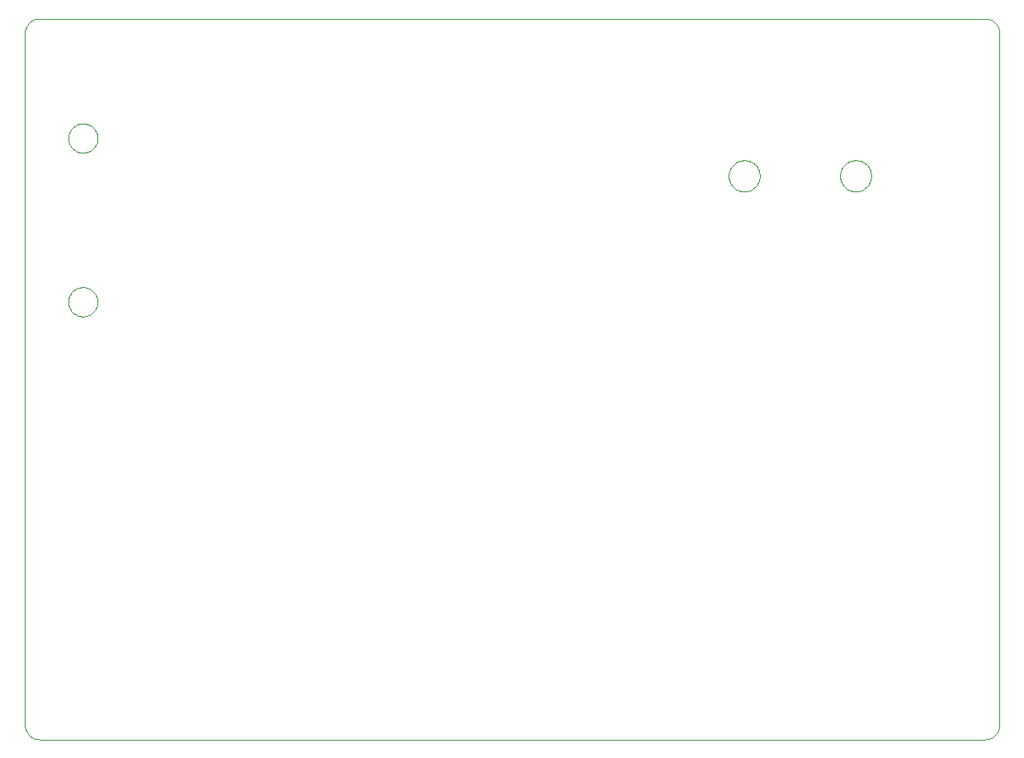
<source format=gko>
G75*
G70*
%OFA0B0*%
%FSLAX24Y24*%
%IPPOS*%
%LPD*%
%AMOC8*
5,1,8,0,0,1.08239X$1,22.5*
%
%ADD10C,0.0039*%
%ADD11C,0.0000*%
D10*
X032449Y005441D02*
X032449Y033393D01*
X032451Y033439D01*
X032456Y033485D01*
X032465Y033531D01*
X032478Y033576D01*
X032494Y033619D01*
X032513Y033661D01*
X032536Y033702D01*
X032562Y033740D01*
X032591Y033777D01*
X032622Y033811D01*
X032656Y033842D01*
X032693Y033871D01*
X032731Y033897D01*
X032772Y033920D01*
X032814Y033939D01*
X032857Y033955D01*
X032902Y033968D01*
X032948Y033977D01*
X032994Y033982D01*
X033040Y033984D01*
X071229Y033984D01*
X071275Y033982D01*
X071321Y033977D01*
X071367Y033968D01*
X071412Y033955D01*
X071455Y033939D01*
X071497Y033920D01*
X071538Y033897D01*
X071576Y033871D01*
X071613Y033842D01*
X071647Y033811D01*
X071678Y033777D01*
X071707Y033740D01*
X071733Y033702D01*
X071756Y033661D01*
X071775Y033619D01*
X071791Y033576D01*
X071804Y033531D01*
X071813Y033485D01*
X071818Y033439D01*
X071820Y033393D01*
X071819Y033393D02*
X071819Y005441D01*
X071820Y005441D02*
X071818Y005395D01*
X071813Y005349D01*
X071804Y005303D01*
X071791Y005258D01*
X071775Y005215D01*
X071756Y005173D01*
X071733Y005132D01*
X071707Y005094D01*
X071678Y005057D01*
X071647Y005023D01*
X071613Y004992D01*
X071576Y004963D01*
X071538Y004937D01*
X071497Y004914D01*
X071455Y004895D01*
X071412Y004879D01*
X071367Y004866D01*
X071321Y004857D01*
X071275Y004852D01*
X071229Y004850D01*
X033040Y004850D01*
X032994Y004852D01*
X032948Y004857D01*
X032902Y004866D01*
X032857Y004879D01*
X032814Y004895D01*
X032772Y004914D01*
X032731Y004937D01*
X032693Y004963D01*
X032656Y004992D01*
X032622Y005023D01*
X032591Y005057D01*
X032562Y005094D01*
X032536Y005132D01*
X032513Y005173D01*
X032494Y005215D01*
X032478Y005258D01*
X032465Y005303D01*
X032456Y005349D01*
X032451Y005395D01*
X032449Y005441D01*
D11*
X034203Y022536D02*
X034205Y022584D01*
X034211Y022632D01*
X034221Y022679D01*
X034234Y022725D01*
X034252Y022770D01*
X034272Y022814D01*
X034297Y022856D01*
X034325Y022895D01*
X034355Y022932D01*
X034389Y022966D01*
X034426Y022998D01*
X034464Y023027D01*
X034505Y023052D01*
X034548Y023074D01*
X034593Y023092D01*
X034639Y023106D01*
X034686Y023117D01*
X034734Y023124D01*
X034782Y023127D01*
X034830Y023126D01*
X034878Y023121D01*
X034926Y023112D01*
X034972Y023100D01*
X035017Y023083D01*
X035061Y023063D01*
X035103Y023040D01*
X035143Y023013D01*
X035181Y022983D01*
X035216Y022950D01*
X035248Y022914D01*
X035278Y022876D01*
X035304Y022835D01*
X035326Y022792D01*
X035346Y022748D01*
X035361Y022703D01*
X035373Y022656D01*
X035381Y022608D01*
X035385Y022560D01*
X035385Y022512D01*
X035381Y022464D01*
X035373Y022416D01*
X035361Y022369D01*
X035346Y022324D01*
X035326Y022280D01*
X035304Y022237D01*
X035278Y022196D01*
X035248Y022158D01*
X035216Y022122D01*
X035181Y022089D01*
X035143Y022059D01*
X035103Y022032D01*
X035061Y022009D01*
X035017Y021989D01*
X034972Y021972D01*
X034926Y021960D01*
X034878Y021951D01*
X034830Y021946D01*
X034782Y021945D01*
X034734Y021948D01*
X034686Y021955D01*
X034639Y021966D01*
X034593Y021980D01*
X034548Y021998D01*
X034505Y022020D01*
X034464Y022045D01*
X034426Y022074D01*
X034389Y022106D01*
X034355Y022140D01*
X034325Y022177D01*
X034297Y022216D01*
X034272Y022258D01*
X034252Y022302D01*
X034234Y022347D01*
X034221Y022393D01*
X034211Y022440D01*
X034205Y022488D01*
X034203Y022536D01*
X034203Y029150D02*
X034205Y029198D01*
X034211Y029246D01*
X034221Y029293D01*
X034234Y029339D01*
X034252Y029384D01*
X034272Y029428D01*
X034297Y029470D01*
X034325Y029509D01*
X034355Y029546D01*
X034389Y029580D01*
X034426Y029612D01*
X034464Y029641D01*
X034505Y029666D01*
X034548Y029688D01*
X034593Y029706D01*
X034639Y029720D01*
X034686Y029731D01*
X034734Y029738D01*
X034782Y029741D01*
X034830Y029740D01*
X034878Y029735D01*
X034926Y029726D01*
X034972Y029714D01*
X035017Y029697D01*
X035061Y029677D01*
X035103Y029654D01*
X035143Y029627D01*
X035181Y029597D01*
X035216Y029564D01*
X035248Y029528D01*
X035278Y029490D01*
X035304Y029449D01*
X035326Y029406D01*
X035346Y029362D01*
X035361Y029317D01*
X035373Y029270D01*
X035381Y029222D01*
X035385Y029174D01*
X035385Y029126D01*
X035381Y029078D01*
X035373Y029030D01*
X035361Y028983D01*
X035346Y028938D01*
X035326Y028894D01*
X035304Y028851D01*
X035278Y028810D01*
X035248Y028772D01*
X035216Y028736D01*
X035181Y028703D01*
X035143Y028673D01*
X035103Y028646D01*
X035061Y028623D01*
X035017Y028603D01*
X034972Y028586D01*
X034926Y028574D01*
X034878Y028565D01*
X034830Y028560D01*
X034782Y028559D01*
X034734Y028562D01*
X034686Y028569D01*
X034639Y028580D01*
X034593Y028594D01*
X034548Y028612D01*
X034505Y028634D01*
X034464Y028659D01*
X034426Y028688D01*
X034389Y028720D01*
X034355Y028754D01*
X034325Y028791D01*
X034297Y028830D01*
X034272Y028872D01*
X034252Y028916D01*
X034234Y028961D01*
X034221Y029007D01*
X034211Y029054D01*
X034205Y029102D01*
X034203Y029150D01*
X060879Y027624D02*
X060881Y027674D01*
X060887Y027724D01*
X060897Y027773D01*
X060911Y027821D01*
X060928Y027868D01*
X060949Y027913D01*
X060974Y027957D01*
X061002Y027998D01*
X061034Y028037D01*
X061068Y028074D01*
X061105Y028108D01*
X061145Y028138D01*
X061187Y028165D01*
X061231Y028189D01*
X061277Y028210D01*
X061324Y028226D01*
X061372Y028239D01*
X061422Y028248D01*
X061471Y028253D01*
X061522Y028254D01*
X061572Y028251D01*
X061621Y028244D01*
X061670Y028233D01*
X061718Y028218D01*
X061764Y028200D01*
X061809Y028178D01*
X061852Y028152D01*
X061893Y028123D01*
X061932Y028091D01*
X061968Y028056D01*
X062000Y028018D01*
X062030Y027978D01*
X062057Y027935D01*
X062080Y027891D01*
X062099Y027845D01*
X062115Y027797D01*
X062127Y027748D01*
X062135Y027699D01*
X062139Y027649D01*
X062139Y027599D01*
X062135Y027549D01*
X062127Y027500D01*
X062115Y027451D01*
X062099Y027403D01*
X062080Y027357D01*
X062057Y027313D01*
X062030Y027270D01*
X062000Y027230D01*
X061968Y027192D01*
X061932Y027157D01*
X061893Y027125D01*
X061852Y027096D01*
X061809Y027070D01*
X061764Y027048D01*
X061718Y027030D01*
X061670Y027015D01*
X061621Y027004D01*
X061572Y026997D01*
X061522Y026994D01*
X061471Y026995D01*
X061422Y027000D01*
X061372Y027009D01*
X061324Y027022D01*
X061277Y027038D01*
X061231Y027059D01*
X061187Y027083D01*
X061145Y027110D01*
X061105Y027140D01*
X061068Y027174D01*
X061034Y027211D01*
X061002Y027250D01*
X060974Y027291D01*
X060949Y027335D01*
X060928Y027380D01*
X060911Y027427D01*
X060897Y027475D01*
X060887Y027524D01*
X060881Y027574D01*
X060879Y027624D01*
X065379Y027624D02*
X065381Y027674D01*
X065387Y027724D01*
X065397Y027773D01*
X065411Y027821D01*
X065428Y027868D01*
X065449Y027913D01*
X065474Y027957D01*
X065502Y027998D01*
X065534Y028037D01*
X065568Y028074D01*
X065605Y028108D01*
X065645Y028138D01*
X065687Y028165D01*
X065731Y028189D01*
X065777Y028210D01*
X065824Y028226D01*
X065872Y028239D01*
X065922Y028248D01*
X065971Y028253D01*
X066022Y028254D01*
X066072Y028251D01*
X066121Y028244D01*
X066170Y028233D01*
X066218Y028218D01*
X066264Y028200D01*
X066309Y028178D01*
X066352Y028152D01*
X066393Y028123D01*
X066432Y028091D01*
X066468Y028056D01*
X066500Y028018D01*
X066530Y027978D01*
X066557Y027935D01*
X066580Y027891D01*
X066599Y027845D01*
X066615Y027797D01*
X066627Y027748D01*
X066635Y027699D01*
X066639Y027649D01*
X066639Y027599D01*
X066635Y027549D01*
X066627Y027500D01*
X066615Y027451D01*
X066599Y027403D01*
X066580Y027357D01*
X066557Y027313D01*
X066530Y027270D01*
X066500Y027230D01*
X066468Y027192D01*
X066432Y027157D01*
X066393Y027125D01*
X066352Y027096D01*
X066309Y027070D01*
X066264Y027048D01*
X066218Y027030D01*
X066170Y027015D01*
X066121Y027004D01*
X066072Y026997D01*
X066022Y026994D01*
X065971Y026995D01*
X065922Y027000D01*
X065872Y027009D01*
X065824Y027022D01*
X065777Y027038D01*
X065731Y027059D01*
X065687Y027083D01*
X065645Y027110D01*
X065605Y027140D01*
X065568Y027174D01*
X065534Y027211D01*
X065502Y027250D01*
X065474Y027291D01*
X065449Y027335D01*
X065428Y027380D01*
X065411Y027427D01*
X065397Y027475D01*
X065387Y027524D01*
X065381Y027574D01*
X065379Y027624D01*
M02*

</source>
